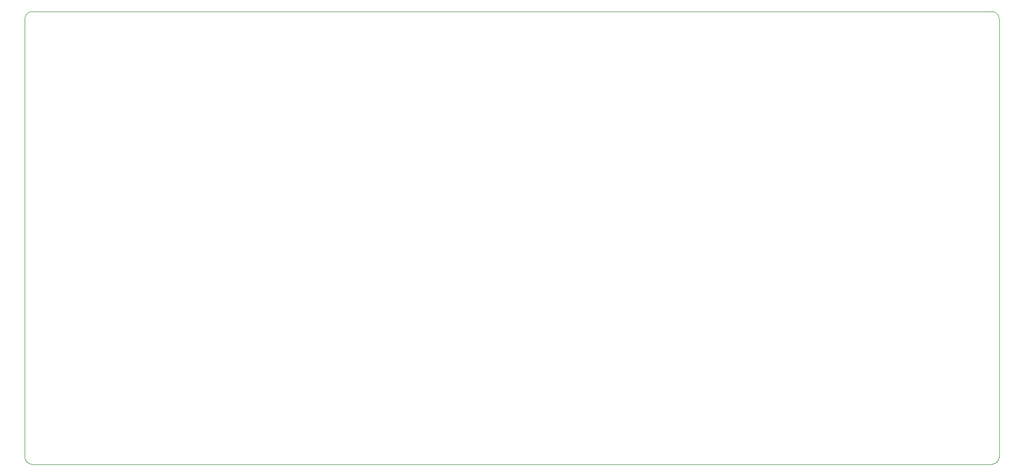
<source format=gbr>
%TF.GenerationSoftware,KiCad,Pcbnew,7.0.5*%
%TF.CreationDate,2024-08-04T00:39:55+08:00*%
%TF.ProjectId,TPS,5450532e-6b69-4636-9164-5f7063625858,rev?*%
%TF.SameCoordinates,Original*%
%TF.FileFunction,Profile,NP*%
%FSLAX46Y46*%
G04 Gerber Fmt 4.6, Leading zero omitted, Abs format (unit mm)*
G04 Created by KiCad (PCBNEW 7.0.5) date 2024-08-04 00:39:55*
%MOMM*%
%LPD*%
G01*
G04 APERTURE LIST*
%TA.AperFunction,Profile*%
%ADD10C,0.120000*%
%TD*%
G04 APERTURE END LIST*
D10*
X201155000Y-29000000D02*
X39731000Y-29000000D01*
X38461000Y-103930000D02*
G75*
G03*
X39731000Y-105200000I1270000J0D01*
G01*
X39731000Y-29000000D02*
G75*
G03*
X38461000Y-30270000I0J-1270000D01*
G01*
X202425000Y-103930000D02*
X202425000Y-30270000D01*
X201155000Y-105200000D02*
X39731000Y-105200000D01*
X38461000Y-30270000D02*
X38461000Y-103930000D01*
X201155000Y-105200000D02*
G75*
G03*
X202425000Y-103930000I0J1270000D01*
G01*
X202425000Y-30270000D02*
G75*
G03*
X201155000Y-29000000I-1270000J0D01*
G01*
M02*

</source>
